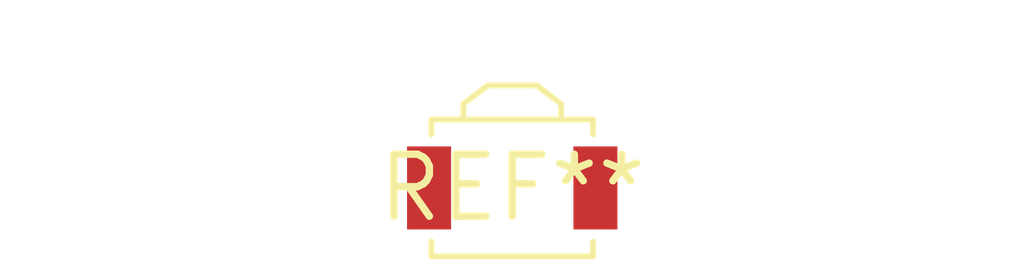
<source format=kicad_pcb>
(kicad_pcb (version 20240108) (generator pcbnew)
  (layers (0 "F.Cu" signal) (31 "B.Cu" signal) (34 "B.Paste" user) (35 "F.Paste" user) (36 "B.SilkS" user "B.Silkscreen") (37 "F.SilkS" user "F.Silkscreen") (38 "B.Mask" user) (39 "F.Mask" user) (44 "Edge.Cuts" user))
  (net 0 "")
  (footprint "SW_SPST_B3U-3000P" (layer "F.Cu") (at 0 0)
    (property "Reference" "REF**")
    (property "Value" "SW_SPST_B3U-3000P")
    (fp_line (start -1.65 -1.4) (end 1.65 -1.4) (layer "F.SilkS") (stroke (width 0.12)))
    (fp_line (start -1.65 -1.1) (end -1.65 -1.4) (layer "F.SilkS") (stroke (width 0.12)))
    (fp_line (start -1.65 1.1) (end -1.65 1.4) (layer "F.SilkS") (stroke (width 0.12)))
    (fp_line (start -1.65 1.4) (end 1.65 1.4) (layer "F.SilkS") (stroke (width 0.12)))
    (fp_line (start -1 -1.72) (end -1 -1.4) (layer "F.SilkS") (stroke (width 0.12)))
    (fp_line (start -0.5 -2.1) (end -1 -1.72) (layer "F.SilkS") (stroke (width 0.12)))
    (fp_line (start -0.5 -2.1) (end 0.5 -2.1) (layer "F.SilkS") (stroke (width 0.12)))
    (fp_line (start 0.5 -2.1) (end 1 -1.72) (layer "F.SilkS") (stroke (width 0.12)))
    (fp_line (start 1 -1.72) (end 1 -1.4) (layer "F.SilkS") (stroke (width 0.12)))
    (fp_line (start 1.65 -1.4) (end 1.65 -1.1) (layer "F.SilkS") (stroke (width 0.12)))
    (fp_line (start 1.65 1.4) (end 1.65 1.1) (layer "F.SilkS") (stroke (width 0.12)))
    (pad "1" smd rect (at -1.7 0) (size 0.9 1.7) (layers "F.Cu" "F.Paste" "F.Mask"))
    (pad "2" smd rect (at 1.7 0) (size 0.9 1.7) (layers "F.Cu" "F.Paste" "F.Mask"))
  )
)
</source>
